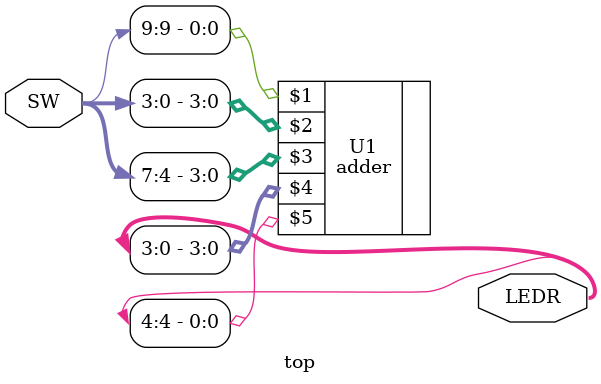
<source format=v>

`default_nettype none

module top (SW, LEDR);
    input  wire [9:0] SW;         // DE-series switches
    output wire [4:0] LEDR;       // DE-series LEDs

    adder U1 (SW[9], SW[3:0], SW[7:4], LEDR[3:0], LEDR[4]);
endmodule


</source>
